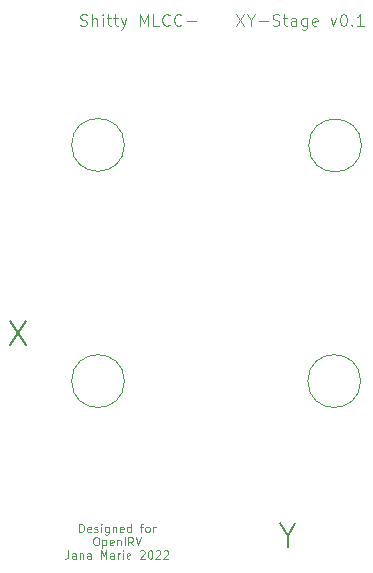
<source format=gbr>
G04 #@! TF.GenerationSoftware,KiCad,Pcbnew,6.0.1-79c1e3a40b~116~ubuntu20.04.1*
G04 #@! TF.CreationDate,2022-01-22T14:27:31+01:00*
G04 #@! TF.ProjectId,xy_stage,78795f73-7461-4676-952e-6b696361645f,rev?*
G04 #@! TF.SameCoordinates,Original*
G04 #@! TF.FileFunction,Legend,Top*
G04 #@! TF.FilePolarity,Positive*
%FSLAX46Y46*%
G04 Gerber Fmt 4.6, Leading zero omitted, Abs format (unit mm)*
G04 Created by KiCad (PCBNEW 6.0.1-79c1e3a40b~116~ubuntu20.04.1) date 2022-01-22 14:27:31*
%MOMM*%
%LPD*%
G01*
G04 APERTURE LIST*
%ADD10C,0.120000*%
%ADD11C,0.150000*%
%ADD12C,0.100000*%
G04 APERTURE END LIST*
D10*
X92236068Y-108000000D02*
G75*
G03*
X92236068Y-108000000I-2236068J0D01*
G01*
X112236068Y-108000000D02*
G75*
G03*
X112236068Y-108000000I-2236068J0D01*
G01*
X112311068Y-88050000D02*
G75*
G03*
X112311068Y-88050000I-2236068J0D01*
G01*
X92236068Y-88000000D02*
G75*
G03*
X92236068Y-88000000I-2236068J0D01*
G01*
D11*
X82533333Y-102954761D02*
X83866666Y-104954761D01*
X83866666Y-102954761D02*
X82533333Y-104954761D01*
D12*
X88500000Y-77879761D02*
X88642857Y-77927380D01*
X88880952Y-77927380D01*
X88976190Y-77879761D01*
X89023809Y-77832142D01*
X89071428Y-77736904D01*
X89071428Y-77641666D01*
X89023809Y-77546428D01*
X88976190Y-77498809D01*
X88880952Y-77451190D01*
X88690476Y-77403571D01*
X88595238Y-77355952D01*
X88547619Y-77308333D01*
X88500000Y-77213095D01*
X88500000Y-77117857D01*
X88547619Y-77022619D01*
X88595238Y-76975000D01*
X88690476Y-76927380D01*
X88928571Y-76927380D01*
X89071428Y-76975000D01*
X89500000Y-77927380D02*
X89500000Y-76927380D01*
X89928571Y-77927380D02*
X89928571Y-77403571D01*
X89880952Y-77308333D01*
X89785714Y-77260714D01*
X89642857Y-77260714D01*
X89547619Y-77308333D01*
X89500000Y-77355952D01*
X90404761Y-77927380D02*
X90404761Y-77260714D01*
X90404761Y-76927380D02*
X90357142Y-76975000D01*
X90404761Y-77022619D01*
X90452380Y-76975000D01*
X90404761Y-76927380D01*
X90404761Y-77022619D01*
X90738095Y-77260714D02*
X91119047Y-77260714D01*
X90880952Y-76927380D02*
X90880952Y-77784523D01*
X90928571Y-77879761D01*
X91023809Y-77927380D01*
X91119047Y-77927380D01*
X91309523Y-77260714D02*
X91690476Y-77260714D01*
X91452380Y-76927380D02*
X91452380Y-77784523D01*
X91500000Y-77879761D01*
X91595238Y-77927380D01*
X91690476Y-77927380D01*
X91928571Y-77260714D02*
X92166666Y-77927380D01*
X92404761Y-77260714D02*
X92166666Y-77927380D01*
X92071428Y-78165476D01*
X92023809Y-78213095D01*
X91928571Y-78260714D01*
X93547619Y-77927380D02*
X93547619Y-76927380D01*
X93880952Y-77641666D01*
X94214285Y-76927380D01*
X94214285Y-77927380D01*
X95166666Y-77927380D02*
X94690476Y-77927380D01*
X94690476Y-76927380D01*
X96071428Y-77832142D02*
X96023809Y-77879761D01*
X95880952Y-77927380D01*
X95785714Y-77927380D01*
X95642857Y-77879761D01*
X95547619Y-77784523D01*
X95500000Y-77689285D01*
X95452380Y-77498809D01*
X95452380Y-77355952D01*
X95500000Y-77165476D01*
X95547619Y-77070238D01*
X95642857Y-76975000D01*
X95785714Y-76927380D01*
X95880952Y-76927380D01*
X96023809Y-76975000D01*
X96071428Y-77022619D01*
X97071428Y-77832142D02*
X97023809Y-77879761D01*
X96880952Y-77927380D01*
X96785714Y-77927380D01*
X96642857Y-77879761D01*
X96547619Y-77784523D01*
X96500000Y-77689285D01*
X96452380Y-77498809D01*
X96452380Y-77355952D01*
X96500000Y-77165476D01*
X96547619Y-77070238D01*
X96642857Y-76975000D01*
X96785714Y-76927380D01*
X96880952Y-76927380D01*
X97023809Y-76975000D01*
X97071428Y-77022619D01*
X97500000Y-77546428D02*
X98261904Y-77546428D01*
X101690476Y-76927380D02*
X102357142Y-77927380D01*
X102357142Y-76927380D02*
X101690476Y-77927380D01*
X102928571Y-77451190D02*
X102928571Y-77927380D01*
X102595238Y-76927380D02*
X102928571Y-77451190D01*
X103261904Y-76927380D01*
X103595238Y-77546428D02*
X104357142Y-77546428D01*
X104785714Y-77879761D02*
X104928571Y-77927380D01*
X105166666Y-77927380D01*
X105261904Y-77879761D01*
X105309523Y-77832142D01*
X105357142Y-77736904D01*
X105357142Y-77641666D01*
X105309523Y-77546428D01*
X105261904Y-77498809D01*
X105166666Y-77451190D01*
X104976190Y-77403571D01*
X104880952Y-77355952D01*
X104833333Y-77308333D01*
X104785714Y-77213095D01*
X104785714Y-77117857D01*
X104833333Y-77022619D01*
X104880952Y-76975000D01*
X104976190Y-76927380D01*
X105214285Y-76927380D01*
X105357142Y-76975000D01*
X105642857Y-77260714D02*
X106023809Y-77260714D01*
X105785714Y-76927380D02*
X105785714Y-77784523D01*
X105833333Y-77879761D01*
X105928571Y-77927380D01*
X106023809Y-77927380D01*
X106785714Y-77927380D02*
X106785714Y-77403571D01*
X106738095Y-77308333D01*
X106642857Y-77260714D01*
X106452380Y-77260714D01*
X106357142Y-77308333D01*
X106785714Y-77879761D02*
X106690476Y-77927380D01*
X106452380Y-77927380D01*
X106357142Y-77879761D01*
X106309523Y-77784523D01*
X106309523Y-77689285D01*
X106357142Y-77594047D01*
X106452380Y-77546428D01*
X106690476Y-77546428D01*
X106785714Y-77498809D01*
X107690476Y-77260714D02*
X107690476Y-78070238D01*
X107642857Y-78165476D01*
X107595238Y-78213095D01*
X107500000Y-78260714D01*
X107357142Y-78260714D01*
X107261904Y-78213095D01*
X107690476Y-77879761D02*
X107595238Y-77927380D01*
X107404761Y-77927380D01*
X107309523Y-77879761D01*
X107261904Y-77832142D01*
X107214285Y-77736904D01*
X107214285Y-77451190D01*
X107261904Y-77355952D01*
X107309523Y-77308333D01*
X107404761Y-77260714D01*
X107595238Y-77260714D01*
X107690476Y-77308333D01*
X108547619Y-77879761D02*
X108452380Y-77927380D01*
X108261904Y-77927380D01*
X108166666Y-77879761D01*
X108119047Y-77784523D01*
X108119047Y-77403571D01*
X108166666Y-77308333D01*
X108261904Y-77260714D01*
X108452380Y-77260714D01*
X108547619Y-77308333D01*
X108595238Y-77403571D01*
X108595238Y-77498809D01*
X108119047Y-77594047D01*
X109690476Y-77260714D02*
X109928571Y-77927380D01*
X110166666Y-77260714D01*
X110738095Y-76927380D02*
X110833333Y-76927380D01*
X110928571Y-76975000D01*
X110976190Y-77022619D01*
X111023809Y-77117857D01*
X111071428Y-77308333D01*
X111071428Y-77546428D01*
X111023809Y-77736904D01*
X110976190Y-77832142D01*
X110928571Y-77879761D01*
X110833333Y-77927380D01*
X110738095Y-77927380D01*
X110642857Y-77879761D01*
X110595238Y-77832142D01*
X110547619Y-77736904D01*
X110499999Y-77546428D01*
X110499999Y-77308333D01*
X110547619Y-77117857D01*
X110595238Y-77022619D01*
X110642857Y-76975000D01*
X110738095Y-76927380D01*
X111499999Y-77832142D02*
X111547619Y-77879761D01*
X111499999Y-77927380D01*
X111452380Y-77879761D01*
X111499999Y-77832142D01*
X111499999Y-77927380D01*
X112499999Y-77927380D02*
X111928571Y-77927380D01*
X112214285Y-77927380D02*
X112214285Y-76927380D01*
X112119047Y-77070238D01*
X112023809Y-77165476D01*
X111928571Y-77213095D01*
D11*
X106050000Y-121102380D02*
X106050000Y-122054761D01*
X105383333Y-120054761D02*
X106050000Y-121102380D01*
X106716666Y-120054761D01*
D12*
X88416666Y-120789666D02*
X88416666Y-120089666D01*
X88583333Y-120089666D01*
X88683333Y-120123000D01*
X88750000Y-120189666D01*
X88783333Y-120256333D01*
X88816666Y-120389666D01*
X88816666Y-120489666D01*
X88783333Y-120623000D01*
X88750000Y-120689666D01*
X88683333Y-120756333D01*
X88583333Y-120789666D01*
X88416666Y-120789666D01*
X89383333Y-120756333D02*
X89316666Y-120789666D01*
X89183333Y-120789666D01*
X89116666Y-120756333D01*
X89083333Y-120689666D01*
X89083333Y-120423000D01*
X89116666Y-120356333D01*
X89183333Y-120323000D01*
X89316666Y-120323000D01*
X89383333Y-120356333D01*
X89416666Y-120423000D01*
X89416666Y-120489666D01*
X89083333Y-120556333D01*
X89683333Y-120756333D02*
X89750000Y-120789666D01*
X89883333Y-120789666D01*
X89950000Y-120756333D01*
X89983333Y-120689666D01*
X89983333Y-120656333D01*
X89950000Y-120589666D01*
X89883333Y-120556333D01*
X89783333Y-120556333D01*
X89716666Y-120523000D01*
X89683333Y-120456333D01*
X89683333Y-120423000D01*
X89716666Y-120356333D01*
X89783333Y-120323000D01*
X89883333Y-120323000D01*
X89950000Y-120356333D01*
X90283333Y-120789666D02*
X90283333Y-120323000D01*
X90283333Y-120089666D02*
X90250000Y-120123000D01*
X90283333Y-120156333D01*
X90316666Y-120123000D01*
X90283333Y-120089666D01*
X90283333Y-120156333D01*
X90916666Y-120323000D02*
X90916666Y-120889666D01*
X90883333Y-120956333D01*
X90850000Y-120989666D01*
X90783333Y-121023000D01*
X90683333Y-121023000D01*
X90616666Y-120989666D01*
X90916666Y-120756333D02*
X90850000Y-120789666D01*
X90716666Y-120789666D01*
X90650000Y-120756333D01*
X90616666Y-120723000D01*
X90583333Y-120656333D01*
X90583333Y-120456333D01*
X90616666Y-120389666D01*
X90650000Y-120356333D01*
X90716666Y-120323000D01*
X90850000Y-120323000D01*
X90916666Y-120356333D01*
X91250000Y-120323000D02*
X91250000Y-120789666D01*
X91250000Y-120389666D02*
X91283333Y-120356333D01*
X91350000Y-120323000D01*
X91450000Y-120323000D01*
X91516666Y-120356333D01*
X91550000Y-120423000D01*
X91550000Y-120789666D01*
X92150000Y-120756333D02*
X92083333Y-120789666D01*
X91950000Y-120789666D01*
X91883333Y-120756333D01*
X91850000Y-120689666D01*
X91850000Y-120423000D01*
X91883333Y-120356333D01*
X91950000Y-120323000D01*
X92083333Y-120323000D01*
X92150000Y-120356333D01*
X92183333Y-120423000D01*
X92183333Y-120489666D01*
X91850000Y-120556333D01*
X92783333Y-120789666D02*
X92783333Y-120089666D01*
X92783333Y-120756333D02*
X92716666Y-120789666D01*
X92583333Y-120789666D01*
X92516666Y-120756333D01*
X92483333Y-120723000D01*
X92450000Y-120656333D01*
X92450000Y-120456333D01*
X92483333Y-120389666D01*
X92516666Y-120356333D01*
X92583333Y-120323000D01*
X92716666Y-120323000D01*
X92783333Y-120356333D01*
X93550000Y-120323000D02*
X93816666Y-120323000D01*
X93650000Y-120789666D02*
X93650000Y-120189666D01*
X93683333Y-120123000D01*
X93750000Y-120089666D01*
X93816666Y-120089666D01*
X94150000Y-120789666D02*
X94083333Y-120756333D01*
X94050000Y-120723000D01*
X94016666Y-120656333D01*
X94016666Y-120456333D01*
X94050000Y-120389666D01*
X94083333Y-120356333D01*
X94150000Y-120323000D01*
X94250000Y-120323000D01*
X94316666Y-120356333D01*
X94350000Y-120389666D01*
X94383333Y-120456333D01*
X94383333Y-120656333D01*
X94350000Y-120723000D01*
X94316666Y-120756333D01*
X94250000Y-120789666D01*
X94150000Y-120789666D01*
X94683333Y-120789666D02*
X94683333Y-120323000D01*
X94683333Y-120456333D02*
X94716666Y-120389666D01*
X94750000Y-120356333D01*
X94816666Y-120323000D01*
X94883333Y-120323000D01*
X89783333Y-121216666D02*
X89916666Y-121216666D01*
X89983333Y-121250000D01*
X90050000Y-121316666D01*
X90083333Y-121450000D01*
X90083333Y-121683333D01*
X90050000Y-121816666D01*
X89983333Y-121883333D01*
X89916666Y-121916666D01*
X89783333Y-121916666D01*
X89716666Y-121883333D01*
X89650000Y-121816666D01*
X89616666Y-121683333D01*
X89616666Y-121450000D01*
X89650000Y-121316666D01*
X89716666Y-121250000D01*
X89783333Y-121216666D01*
X90383333Y-121450000D02*
X90383333Y-122150000D01*
X90383333Y-121483333D02*
X90450000Y-121450000D01*
X90583333Y-121450000D01*
X90650000Y-121483333D01*
X90683333Y-121516666D01*
X90716666Y-121583333D01*
X90716666Y-121783333D01*
X90683333Y-121850000D01*
X90650000Y-121883333D01*
X90583333Y-121916666D01*
X90450000Y-121916666D01*
X90383333Y-121883333D01*
X91283333Y-121883333D02*
X91216666Y-121916666D01*
X91083333Y-121916666D01*
X91016666Y-121883333D01*
X90983333Y-121816666D01*
X90983333Y-121550000D01*
X91016666Y-121483333D01*
X91083333Y-121450000D01*
X91216666Y-121450000D01*
X91283333Y-121483333D01*
X91316666Y-121550000D01*
X91316666Y-121616666D01*
X90983333Y-121683333D01*
X91616666Y-121450000D02*
X91616666Y-121916666D01*
X91616666Y-121516666D02*
X91650000Y-121483333D01*
X91716666Y-121450000D01*
X91816666Y-121450000D01*
X91883333Y-121483333D01*
X91916666Y-121550000D01*
X91916666Y-121916666D01*
X92250000Y-121916666D02*
X92250000Y-121216666D01*
X92983333Y-121916666D02*
X92750000Y-121583333D01*
X92583333Y-121916666D02*
X92583333Y-121216666D01*
X92850000Y-121216666D01*
X92916666Y-121250000D01*
X92950000Y-121283333D01*
X92983333Y-121350000D01*
X92983333Y-121450000D01*
X92950000Y-121516666D01*
X92916666Y-121550000D01*
X92850000Y-121583333D01*
X92583333Y-121583333D01*
X93183333Y-121216666D02*
X93416666Y-121916666D01*
X93650000Y-121216666D01*
X87483333Y-122343666D02*
X87483333Y-122843666D01*
X87450000Y-122943666D01*
X87383333Y-123010333D01*
X87283333Y-123043666D01*
X87216666Y-123043666D01*
X88116666Y-123043666D02*
X88116666Y-122677000D01*
X88083333Y-122610333D01*
X88016666Y-122577000D01*
X87883333Y-122577000D01*
X87816666Y-122610333D01*
X88116666Y-123010333D02*
X88050000Y-123043666D01*
X87883333Y-123043666D01*
X87816666Y-123010333D01*
X87783333Y-122943666D01*
X87783333Y-122877000D01*
X87816666Y-122810333D01*
X87883333Y-122777000D01*
X88050000Y-122777000D01*
X88116666Y-122743666D01*
X88450000Y-122577000D02*
X88450000Y-123043666D01*
X88450000Y-122643666D02*
X88483333Y-122610333D01*
X88550000Y-122577000D01*
X88650000Y-122577000D01*
X88716666Y-122610333D01*
X88750000Y-122677000D01*
X88750000Y-123043666D01*
X89383333Y-123043666D02*
X89383333Y-122677000D01*
X89350000Y-122610333D01*
X89283333Y-122577000D01*
X89150000Y-122577000D01*
X89083333Y-122610333D01*
X89383333Y-123010333D02*
X89316666Y-123043666D01*
X89150000Y-123043666D01*
X89083333Y-123010333D01*
X89050000Y-122943666D01*
X89050000Y-122877000D01*
X89083333Y-122810333D01*
X89150000Y-122777000D01*
X89316666Y-122777000D01*
X89383333Y-122743666D01*
X90250000Y-123043666D02*
X90250000Y-122343666D01*
X90483333Y-122843666D01*
X90716666Y-122343666D01*
X90716666Y-123043666D01*
X91350000Y-123043666D02*
X91350000Y-122677000D01*
X91316666Y-122610333D01*
X91250000Y-122577000D01*
X91116666Y-122577000D01*
X91050000Y-122610333D01*
X91350000Y-123010333D02*
X91283333Y-123043666D01*
X91116666Y-123043666D01*
X91050000Y-123010333D01*
X91016666Y-122943666D01*
X91016666Y-122877000D01*
X91050000Y-122810333D01*
X91116666Y-122777000D01*
X91283333Y-122777000D01*
X91350000Y-122743666D01*
X91683333Y-123043666D02*
X91683333Y-122577000D01*
X91683333Y-122710333D02*
X91716666Y-122643666D01*
X91750000Y-122610333D01*
X91816666Y-122577000D01*
X91883333Y-122577000D01*
X92116666Y-123043666D02*
X92116666Y-122577000D01*
X92116666Y-122343666D02*
X92083333Y-122377000D01*
X92116666Y-122410333D01*
X92150000Y-122377000D01*
X92116666Y-122343666D01*
X92116666Y-122410333D01*
X92716666Y-123010333D02*
X92650000Y-123043666D01*
X92516666Y-123043666D01*
X92450000Y-123010333D01*
X92416666Y-122943666D01*
X92416666Y-122677000D01*
X92450000Y-122610333D01*
X92516666Y-122577000D01*
X92650000Y-122577000D01*
X92716666Y-122610333D01*
X92750000Y-122677000D01*
X92750000Y-122743666D01*
X92416666Y-122810333D01*
X93550000Y-122410333D02*
X93583333Y-122377000D01*
X93650000Y-122343666D01*
X93816666Y-122343666D01*
X93883333Y-122377000D01*
X93916666Y-122410333D01*
X93950000Y-122477000D01*
X93950000Y-122543666D01*
X93916666Y-122643666D01*
X93516666Y-123043666D01*
X93950000Y-123043666D01*
X94383333Y-122343666D02*
X94450000Y-122343666D01*
X94516666Y-122377000D01*
X94550000Y-122410333D01*
X94583333Y-122477000D01*
X94616666Y-122610333D01*
X94616666Y-122777000D01*
X94583333Y-122910333D01*
X94550000Y-122977000D01*
X94516666Y-123010333D01*
X94450000Y-123043666D01*
X94383333Y-123043666D01*
X94316666Y-123010333D01*
X94283333Y-122977000D01*
X94250000Y-122910333D01*
X94216666Y-122777000D01*
X94216666Y-122610333D01*
X94250000Y-122477000D01*
X94283333Y-122410333D01*
X94316666Y-122377000D01*
X94383333Y-122343666D01*
X94883333Y-122410333D02*
X94916666Y-122377000D01*
X94983333Y-122343666D01*
X95150000Y-122343666D01*
X95216666Y-122377000D01*
X95250000Y-122410333D01*
X95283333Y-122477000D01*
X95283333Y-122543666D01*
X95250000Y-122643666D01*
X94850000Y-123043666D01*
X95283333Y-123043666D01*
X95550000Y-122410333D02*
X95583333Y-122377000D01*
X95650000Y-122343666D01*
X95816666Y-122343666D01*
X95883333Y-122377000D01*
X95916666Y-122410333D01*
X95950000Y-122477000D01*
X95950000Y-122543666D01*
X95916666Y-122643666D01*
X95516666Y-123043666D01*
X95950000Y-123043666D01*
M02*

</source>
